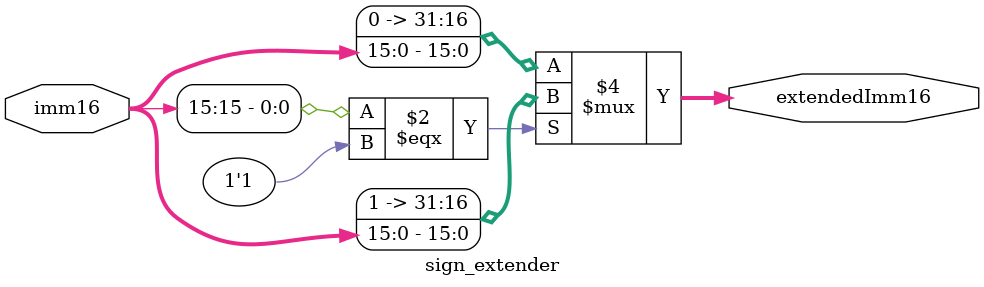
<source format=v>
/* Mutlu POLATCAN - 121044062 */
`define WRONG_INST 4'bxxxx
`define UNKNOWN_INST 32'bxxxxxxxxxxxxxxxxxxxxxxxxxxxxxxxx
// <----------------------- I-TYPE INSTRUCTIONS --------------------------->
`define ADDIU_OPCODE 6'b001001 
`define SUBIU_OPCODE 6'b011100
`define ADDI_OPCODE 6'b001000
`define SUBI_OPCODE 6'b010111
`define ORI_OPCODE 6'b001101
`define NORI_OPCODE 6'b100001
`define SLTI_OPCODE 6'b001010
`define ANDI_OPCODE 6'b001100
`define NANDI_OPCODE 6'b011101
`define LUI_OPCODE 6'b001111
`define XORI_OPCODE 6'b001110
`define XNORI_OPCODE 6'b110011
`define SLTIU_OPCODE 6'b001011
// <----------------------- MEMORY INSTRUCTIONS -------------------------->
`define LW_OPCODE 6'b100011
`define LB_OPCODE 6'b100000
`define SW_OPCODE 6'b101011
`define SB_OPCODE 6'b101000
// <----------------------- JUMP INSTRUCTIONS ---------------------------->
`define J_OPCODE 6'b000010
`define JAL_OPCODE 6'b000011
`define JR_FUNC_FIELD 6'b001000
// <---------------------- BRANCH INSTRUCTIONS --------------------------->
`define BEQ_OPCODE 6'b000100
`define BNE_OPCODE 6'b000101
// <---------------------- R-TYPE INSTRUCTIONS --------------------------->
`define RTYPE_OPCODE 6'b000000
`define ADD_FUNC_FIELD 6'b100000
`define ADDU_FUNC_FIELD 6'b100001
`define SUB_FUNC_FIELD 6'b100010
`define SUBU_FUNC_FIELD 6'b101111
`define AND_FUNC_FIELD 6'b100100
`define NAND_FUNC_FIELD 6'b101110
`define SLTU_FUNC_FIELD 6'b101011
`define SLT_FUNC_FIELD 6'b101010
`define OR_FUNC_FIELD 6'b100101
`define XOR_FUNC_FIELD 6'b100110
`define NOR_FUNC_FIELD 6'b100111
`define XNOR_FUNC_FIELD 6'b110000
`define SRL_FUNC_FIELD 6'b000010
`define SLL_FUNC_FIELD 6'b000000
`define SRA_FUNC_FIELD 6'b000011
// <----------------------------------------------------------------------->

module mpolatcan_mips_multicycle_testbench();
	reg	regDst, byteIns, linkIns, iTypeIns,
		notEqIns, aluSrcA, regWrite, pcWrite, 
		pcWriteCond, iOrD, memRead, 
		memWrite, memToReg, irWrite;
	reg [1:0] aluSrcB, pcSource;
	reg [31:0] instruction_reg, mem_data_reg, rs_content, 
			   rt_content, mutable_rt_content, mutable_rs_content;
	reg [7:0] instruction_memory[1023:0];
	reg [7:0] data_memory[2047:0];
	reg [7:0] registers[127:0];
	reg [31:0] PC, jumpAddress, linkedPC;
	wire [31:0] extendedImm16, result;
	wire [4:0] operation;
 	
	initial begin
		$readmemh("instruction_memory.h", instruction_memory);
		$readmemh("data_memory.h", data_memory);
		$readmemh("registers.h", registers);
		PC = 0; 
	end

	always @(PC) begin
		memRead = 1;
		aluSrcA = 0;
		iOrD = 0;
		irWrite = 1;
		aluSrcB = 2'b01;
		pcWrite = 1;
		pcSource = 2'b00;
		regDst = 1'b0;
		pcWriteCond = 1'b0;
		regWrite = 1'b0;
		memWrite = 1'b0;
		memToReg = 1'b0;
		iTypeIns = 1'b0;
		byteIns = 1'b0;
		linkIns = 1'b0;
		notEqIns = 1'b0;
		$display("\n------------------------------------------------------------------------------\n");
		$display("\n<--------------IF STATE -------------->");
		$display("PC: %d", PC[9:0]);
		$display("Signals generated... --> MemRead: %b, AluSrcA: %b, IOrD: %b, IRWrite: %b, AluSrcB: %b, PCWrite: %b, PCSource: %b", 
			memRead, aluSrcA, iOrD, irWrite, aluSrcB, pcWrite, pcSource);
	end

	always @(iOrD or PC) begin
		if (!iOrD && irWrite)
			instruction_reg = {instruction_memory[PC[9:0]+3], instruction_memory[PC[9:0]+2], instruction_memory[PC[9:0]+1], instruction_memory[PC[9:0]]};

		if (instruction_reg !== `UNKNOWN_INST && !iOrD) begin
			$display("Instruction fetched... --> Instruction: %32b - %h", instruction_reg, instruction_reg);
			$display("<------------------------------------->\n");
		end
	end

	always @(instruction_reg or PC or pcSource) begin
		aluSrcA = 0;
		aluSrcB = 2'b11;
		
		if (instruction_reg !== `UNKNOWN_INST) begin
			$display("\n<--------------ID STATE -------------->");
			$display("Signals generated... --> AluSrcA: %b, AluSrcB: %b", aluSrcA, aluSrcB);
		end
			
		if (instruction_reg[31:26] === `LW_OPCODE || instruction_reg[31:26] === `SW_OPCODE ||
			instruction_reg[31:26] === `LB_OPCODE || instruction_reg[31:26] === `SB_OPCODE) begin 
			aluSrcA = 1;
			aluSrcB = 2'b10;

			if (instruction_reg[31:26] === `LW_OPCODE || instruction_reg[31:26] === `LB_OPCODE) begin
				memRead = 1;
				iOrD = 1;	
				regDst = 0;
				regWrite = 1;
				memToReg = 1;
				if (instruction_reg[31:26] === `LB_OPCODE) begin
					byteIns = 1;
					$display("Instruction decoded... --> Instruction Type: LB");
				end else
					$display("Instruction decoded... --> Instruction Type: LW");
			end else if (instruction_reg[31:26] === `SW_OPCODE || instruction_reg[31:26] === `SB_OPCODE) begin
				memWrite = 1;
				iOrD = 1;
				if (instruction_reg[31:26] === `SB_OPCODE) begin
					byteIns = 1;
					$display("Instruction decoded... --> Instruction Type: SB");
				end else
					$display("Instruction decoded... --> Instruction Type: SW");
			end
		end else if (instruction_reg[31:26] === `RTYPE_OPCODE) begin
			aluSrcA = 1;
			aluSrcB = 2'b00;
			if (instruction_reg[5:0] === `JR_FUNC_FIELD) begin
				pcWrite = 1;
				pcSource = 2'b01;
			end else begin
				regDst = 1;
				regWrite = 1;
				memToReg = 0;
			end
			$display("Instruction decoded... --> Instruction Type: RTYPE");
		end else if (instruction_reg[31:26] === `ADDI_OPCODE || instruction_reg[31:26] === `ADDIU_OPCODE || 
					instruction_reg[31:26] === `ORI_OPCODE || instruction_reg[31:26] === `SLTI_OPCODE || 
					instruction_reg[31:26] === `ANDI_OPCODE || instruction_reg[31:26] === `LUI_OPCODE ||
					instruction_reg[31:26] === `XORI_OPCODE || instruction_reg[31:26] === `SLTIU_OPCODE ||
					instruction_reg[31:26] === `NORI_OPCODE || instruction_reg[31:26] === `XNORI_OPCODE ||
					instruction_reg[31:26] === `SUBIU_OPCODE || instruction_reg[31:26] === `NANDI_OPCODE ||
					instruction_reg[31:26] === `SUBI_OPCODE) begin
			regDst = 0;
			regWrite = 1;
			aluSrcA = 1;
			aluSrcB = 2'b10;
			iTypeIns = 1;	
			$display("Instruction decoded... --> Instruction Type: ITYPE");			 	
		end else if (instruction_reg[31:26] === `BEQ_OPCODE || instruction_reg[31:26] === `BNE_OPCODE) begin
			aluSrcA = 1;
			aluSrcB = 2'b00;
			pcWriteCond = 1;
			pcSource = 2'b01;
			if (instruction_reg[31:26] === `BNE_OPCODE)
				notEqIns = 1;
			$display("Instruction decoded... --> Instruction Type: BRANCH");			 	
		end else if (instruction_reg[31:26] === `J_OPCODE || instruction_reg[31:26] === `JAL_OPCODE) begin
			pcWrite = 1;
			pcSource = 2'b10;
			if (instruction_reg[31:26] === `JAL_OPCODE)
				linkIns = 1;
			$display("Instruction decoded... --> Instruction Type: J");			 	
		end
		
		if (pcWriteCond || pcSource !== 2'b10) begin
			case (instruction_reg[25:21])
				5'b00000: rs_content = { registers[3], registers[2], registers[1], registers[0] };
				5'b00010: rs_content = { registers[11], registers[10], registers[9], registers[8] };
				5'b00011: rs_content = { registers[15], registers[14], registers[13], registers[12] };
				5'b00100: rs_content = { registers[19], registers[18], registers[17], registers[16] };
				5'b00101: rs_content = { registers[23], registers[22], registers[21], registers[20] };	
				5'b00110: rs_content = { registers[27], registers[26], registers[25], registers[24] };
				5'b00111: rs_content = { registers[31], registers[30], registers[29], registers[28] };
				5'b01000: rs_content = { registers[35], registers[34], registers[33], registers[32] };
				5'b01001: rs_content = { registers[39], registers[38], registers[37], registers[36] };
				5'b01010: rs_content = { registers[43], registers[42], registers[41], registers[40] };
				5'b01011: rs_content = { registers[47], registers[46], registers[45], registers[44] };
				5'b01100: rs_content = { registers[51], registers[50], registers[49], registers[48] };
				5'b01101: rs_content = { registers[55], registers[54], registers[53], registers[52] };
				5'b01110: rs_content = { registers[59], registers[58], registers[57], registers[56] };
				5'b01111: rs_content = { registers[63], registers[62], registers[61], registers[60] };
				5'b10000: rs_content = { registers[67], registers[66], registers[65], registers[64] };
				5'b10001: rs_content = { registers[71], registers[70], registers[69], registers[68] };
				5'b10010: rs_content = { registers[75], registers[74], registers[73], registers[72] };
				5'b10011: rs_content = { registers[79], registers[78], registers[77], registers[76] };
				5'b10100: rs_content = { registers[83], registers[82], registers[81], registers[80] };
				5'b10101: rs_content = { registers[87], registers[86], registers[85], registers[84] };
				5'b10110: rs_content = { registers[91], registers[90], registers[89], registers[88] };
				5'b10111: rs_content = { registers[95], registers[94], registers[93], registers[92] };
				5'b11000: rs_content = { registers[99], registers[98], registers[97], registers[96] };
				5'b11001: rs_content = { registers[103], registers[102], registers[101], registers[100] };
				5'b11100: rs_content = { registers[115], registers[114], registers[113], registers[112] };
				5'b11101: rs_content = { registers[119], registers[118], registers[117], registers[116] };
				5'b11110: rs_content = { registers[123], registers[122], registers[121], registers[120] };
				5'b11111: rs_content = { registers[127], registers[126], registers[125], registers[124] };
			endcase

			// take rt_content
			case (instruction_reg[20:16])
				5'b00000: rt_content = { registers[3], registers[2], registers[1], registers[0] };
				5'b00010: rt_content = { registers[11], registers[10], registers[9], registers[8] };
				5'b00011: rt_content = { registers[15], registers[14], registers[13], registers[12] };
				5'b00100: rt_content = { registers[19], registers[18], registers[17], registers[16] };
				5'b00101: rt_content = { registers[23], registers[22], registers[21], registers[20] };	
				5'b00110: rt_content = { registers[27], registers[26], registers[25], registers[24] };
				5'b00111: rt_content = { registers[31], registers[30], registers[29], registers[28] };
				5'b01000: rt_content = { registers[35], registers[34], registers[33], registers[32] };
				5'b01001: rt_content = { registers[39], registers[38], registers[37], registers[36] };
				5'b01010: rt_content = { registers[43], registers[42], registers[41], registers[40] };
				5'b01011: rt_content = { registers[47], registers[46], registers[45], registers[44] };
				5'b01100: rt_content = { registers[51], registers[50], registers[49], registers[48] };
				5'b01101: rt_content = { registers[55], registers[54], registers[53], registers[52] };
				5'b01110: rt_content = { registers[59], registers[58], registers[57], registers[56] };
				5'b01111: rt_content = { registers[63], registers[62], registers[61], registers[60] };
				5'b10000: rt_content = { registers[67], registers[66], registers[65], registers[64] };
				5'b10001: rt_content = { registers[71], registers[70], registers[69], registers[68] };
				5'b10010: rt_content = { registers[75], registers[74], registers[73], registers[72] };
				5'b10011: rt_content = { registers[79], registers[78], registers[77], registers[76] };
				5'b10100: rt_content = { registers[83], registers[82], registers[81], registers[80] };
				5'b10101: rt_content = { registers[87], registers[86], registers[85], registers[84] };
				5'b10110: rt_content = { registers[91], registers[90], registers[89], registers[88] };
				5'b10111: rt_content = { registers[95], registers[94], registers[93], registers[92] };
				5'b11000: rt_content = { registers[99], registers[98], registers[97], registers[96] };
				5'b11001: rt_content = { registers[103], registers[102], registers[101], registers[100] };
				5'b11100: rt_content = { registers[115], registers[114], registers[113], registers[112] };
				5'b11101: rt_content = { registers[119], registers[118], registers[117], registers[116] };
				5'b11110: rt_content = { registers[123], registers[122], registers[121], registers[120] };
				5'b11111: rt_content = { registers[127], registers[126], registers[125], registers[124] };
			endcase
		end

		if (pcSource !== 2'b10 && instruction_reg !== `UNKNOWN_INST) begin 
			if (instruction_reg[25:21] === 5'b00001 || instruction_reg[25:21] === 5'b11010 || instruction_reg[25:21] === 5'b11011) begin
				$display("You can't read register-%d's content (used by assembler or operating system)!", instruction_reg[25:21]);
				$display("So instruction_reg can't executed!");
			end else
				$display("Fetching rs register's content... -> Rs Content: %b", rs_content);

			if (instruction_reg[20:16] === 5'b00001 || instruction_reg[20:16] === 5'b11010 || instruction_reg[20:16] === 5'b11011) begin
				$display("You can't read register-%d's content (used by assembler or operating system)", instruction_reg[20:16]);
				$display("So instruction can't executed!");
			end else 
				$display("Fetching rt register's content... -> Rt Content: %b", rt_content);
		end
	end

	alu_control getOperation(instruction_reg[5:0], instruction_reg[31:26], iTypeIns, operation);
	sign_extender extender(instruction_reg[15:0], extendedImm16); // for I-type instructions save extended immed

	always @(aluSrcA or aluSrcB or PC or extendedImm16 or pcSource) begin
		if (pcSource !== 2'b10) begin
			if (aluSrcA)
				mutable_rs_content = rs_content;
			else
				mutable_rs_content = PC;

			if (aluSrcB === 2'b00) 
				mutable_rt_content = rt_content;
			else if (aluSrcB === 2'b10)
				mutable_rt_content = extendedImm16;
			else if (aluSrcB === 2'b11)
				mutable_rt_content = extendedImm16 << 2;

			if (operation !== `WRONG_INST) begin
				#5;
				$display("<------------------------------------->\n");
				$display("\n<----------- ALU's DATAS ---------->");
				if (aluSrcA)
					$display("ALU DATA A: %b (Content of rs register)", mutable_rs_content);
				else
					$display("ALU DATA A: %b (PC Value)", mutable_rs_content);

				if (aluSrcB === 2'b00) 
					$display("ALU DATA B: %b (Content of rt register)", mutable_rt_content);
				else if (aluSrcB === 2'b10)
					$display("ALU DATA B: %b (immediate field which is extended to 32 bit)", mutable_rt_content);
				$display("<--------------------------------->\n");
			end
		end
	end

	alu execInst(mutable_rs_content, mutable_rt_content, operation, instruction_reg[10:6], result);

	always @(regWrite or regDst or result or operation or memWrite or 
			 memRead or memToReg or iOrD or pcWrite or pcSource or pcWriteCond) begin
		#20;
		if (regWrite && (result !== 32'bxxxxxxxxxxxxxxxxxxxxxxxxxxxxxxxx) && operation !== `WRONG_INST) begin
			$display("\n<----------- MEM/WB STATE ----------->");
			if (regDst) begin
				if (instruction_reg[15:11] === 5'b00000 || instruction_reg[15:11] === 5'b00001 ||
					instruction_reg[15:11] === 5'b11010 || instruction_reg[15:11] === 5'b11011)
					$display("You can't write to register-%d (used by assembler or operating system or $zero register) !!!! ", instruction_reg[15:11]);
				else begin
					$display("Writing to rd register... ---> Address of rd register (in decimal): %d", instruction_reg[15:11]);
					$display("Writing to register.h file... ---> Line numbers of rd register in register.h: between %d and %d lines", instruction_reg[15:11]*4+4,
						instruction_reg[15:11]*4+7);
					registers[(instruction_reg[15:11]*4)] = result[7:0];
					registers[(instruction_reg[15:11]*4)+1] = result[15:8];
					registers[(instruction_reg[15:11]*4)+2] = result[23:16];
					registers[(instruction_reg[15:11]*4)+3] = result[31:24];
				end
			end else if (iOrD && memRead && memToReg) begin
				if (instruction_reg[20:16] === 5'b00000 || instruction_reg[20:16] === 5'b00001 ||
					instruction_reg[20:16] === 5'b11010 || instruction_reg[20:16] === 5'b11011)
					$display("You can't write to register-%d (used by assembler or operating system or $zero register) !!!!", instruction_reg[20:16]);
				else begin
					if (byteIns) begin
						$display("Loading byte which is at %b address in memory to register, %d line in file", result[10:0], result[10:0]+4);
						mem_data_reg = data_memory[result[10:0]];
						registers[(instruction_reg[20:16]*4)] = mem_data_reg;
						$display("Byte loaded from data memory to rt register... -> Byte %b, %d line in file", 
							registers[instruction_reg[20:16]*4], instruction_reg[20:16]*4+4);
					end else begin
						$display("Loading word which is at %b address in memory to register, between %d and %d lines in file", result[10:0], result[10:0]+4, result[10:0]+7);
						mem_data_reg = { data_memory[result[10:0] + 3], data_memory[result[10:0] + 2], data_memory[result[10:0] + 1], data_memory[result[10:0]] };
						registers[(instruction_reg[20:16]*4)+3] = mem_data_reg[31:24];
						registers[(instruction_reg[20:16]*4)+2] = mem_data_reg[23:16];
						registers[(instruction_reg[20:16]*4)+1] = mem_data_reg[15:8];
						registers[(instruction_reg[20:16]*4)] = mem_data_reg[7:0];
						$display("Word loaded from data memory to rt register... -> Word: %b, between %d and %d lines in file", 
							{ registers[(instruction_reg[20:16]*4)+3], registers[(instruction_reg[20:16]*4)+2], 
							  registers[(instruction_reg[20:16]*4)+1], registers[(instruction_reg[20:16]*4)]},
							  instruction_reg[20:16]*4+4, instruction_reg[20:16]*4+7);
					end
				end
			end else begin
				if (instruction_reg[20:16] === 5'b00000 || instruction_reg[20:16] === 5'b00001 ||
					instruction_reg[20:16] === 5'b11010 || instruction_reg[20:16] === 5'b11011)
					$display("You can't write to register-%d (used by assembler or operating system or $zero register) !!!!", instruction_reg[20:16]);
				else begin
					$display("Writing to rt register... ---> Address of rt register (in decimal): %d", instruction_reg[20:16]);
					$display("Writing to register.h file... ---> Lines number of rt register in register.h: between %d and %d lines in file", 
						instruction_reg[20:16]*4+4, instruction_reg[20:16]*4+7);
					registers[(instruction_reg[20:16]*4)] = result[7:0];
					registers[(instruction_reg[20:16]*4)+1] = result[15:8];
					registers[(instruction_reg[20:16]*4)+2] = result[23:16];
					registers[(instruction_reg[20:16]*4)+3] = result[31:24];
				end
			end
			$display("<------------------------------------>\n");
		end else if (iOrD && memWrite) begin
			$display("\n<----------- MEM/WB STATE ----------->");
			if (instruction_reg[20:16] === 5'b00001 || instruction_reg[20:16] === 5'b11010 || instruction_reg[20:16] === 5'b11011) begin
				$display("You can't read register-%d's content (used by assembler or operating system)", instruction_reg[20:16]);
				$display("So instruction can't executed!");
			end else begin
				if (byteIns) begin
					$display("Storing byte which is at %b address in register to memory, %d line in file", instruction_reg[20:16], instruction_reg[20:16]*4+4);
					data_memory[result[10:0]] = registers[(instruction_reg[20:16]*4)];
					$display("Byte stored from register to memory... -> Byte: %b, %d line in file", data_memory[result[10:0]], result[10:0]*4+4);
				end else begin
					$display("Storing word which is at %b address in register to memory, between %d and %d lines in file", instruction_reg[20:16], instruction_reg[20:16]*4+4, 
						instruction_reg[20:16]*4+7);
					data_memory[result[10:0]] = registers[(instruction_reg[20:16]*4)];	
					data_memory[result[10:0]+1] = registers[(instruction_reg[20:16]*4)+1];
					data_memory[result[10:0]+2] = registers[(instruction_reg[20:16]*4)+2];
					data_memory[result[10:0]+3] = registers[(instruction_reg[20:16]*4)+3];
					$display("Word stored from register to memory... -> Word: %b, between %d and %d lines in file",  
						{ data_memory[result[10:0]+3], data_memory[result[10:0]+2], data_memory[result[10:0]+1], data_memory[result[10:0]] }, 
						  result[10:0]+4, result[10:0]+7);
				end
			end
			$display("<------------------------------------>\n");
		end else if (pcWrite && pcSource === 2'b10) begin
			if (linkIns) begin
				linkedPC = PC + 4;
				$display("<-------------------------------->\n");
				$display("Linking PC: %d to 31. register in, between 124 and 127 lines in file", linkedPC[9:0]);
				registers[124] = linkedPC[7:0];
				registers[125] = linkedPC[15:8];
				registers[126] = linkedPC[23:16];
				registers[127] = linkedPC[31:24];
			end

			jumpAddress = { PC[31:28], (instruction_reg[25:0] << 2) };
			
			$display("Jumping from PC: %d to target adress: %d....", PC[9:0], jumpAddress[9:0]);

			if ((jumpAddress[9:0]) >= 1020)
				$stop(0);
			
			#50 PC = jumpAddress;

			$display("Jump completed... -> Current PC: %d", PC[9:0]);
			$display("\n------------------------------------------------------------------------------\n");
		end else if (pcWrite && pcWriteCond && pcSource === 2'b01) begin
			if (notEqIns) begin
				if (result !== 32'b00000000000000000000000000000000) begin
					$display("Rs register's content and Rt register's content are not equal!");
					#50 PC = PC + (extendedImm16 << 2);
					$display("We will jump to PC: %d...", PC[9:0]);
				end else begin 
					$display("Rs register's content and Rt register's content are equal!");
					#50 PC = PC + 4;
					$display("We will continue from next PC: %d", PC[9:0]);
				end
			end else begin
				if (result === 32'b00000000000000000000000000000000) begin
					$display("Rs register's content and Rt register's content are equal!");
					#50 PC = PC + (extendedImm16 << 2);
					$display("We will jump to PC: %d...", PC[9:0]);
				end else begin 
					$display("Rs register's content and Rt register's content are not equal!");
					#50 PC = PC + 4;
					$display("We will continue from next PC: %d", PC[9:0]);
				end
			end
		end else if (pcWrite && pcSource === 2'b01) begin

			$display("Jumping from PC: %d to target adress which is in register: %d...., between %d and %d lines in file", 
				PC[9:0], result[9:0], instruction_reg[25:21]*4+4, instruction_reg[25:21]*4+7);

			if ((result[9:0]) >= 1020)
				$stop(0);

			#50 PC = result;

			$display("Jump completed... -> Current PC: %d", PC[9:0]);
			$display("\n------------------------------------------------------------------------------\n");
		end else begin
			$display("\nInstruction can't be executed! Because it is wrong instruction!!!");
			$display("<------------------------------------>\n");
		end
		
		if ((PC[9:0]) >= 1020)
			$stop(0);

		if (!pcWriteCond && pcSource !== 2'b01 && pcSource !== 2'b10)
			#50 PC = PC + 4;

		if (pcSource !== 2'b10 && pcSource !== 2'b01)
			$display("\n------------------------------------------------------------------------------\n");

		$writememh("registers.h", registers);
		$writememh("data_memory.h", data_memory);		
	end
endmodule

module alu_control(functionField, opcode, iTypeIns, operation);
	input iTypeIns;
	input [5:0] opcode, functionField;
	output reg [4:0] operation;

	always @(functionField or opcode or iTypeIns) begin
		if (iTypeIns !== 1'bx) begin
			if (iTypeIns) begin 
				if (opcode === `ADDI_OPCODE) begin
					$display("Instruction name: ADDI");
					operation = 5'b01000;
				end else if (opcode === `SUBI_OPCODE) begin
					$display("Instruction name: SUBI");
					operation = 5'b11000;
				end else if (opcode === `ADDIU_OPCODE) begin 
					$display("Instruction name: ADDIU");
					operation = 5'b01110;
				end else if (opcode === `SUBIU_OPCODE) begin
					$display("Instruction name: SUBIU");
					operation = 5'b11100;
				end else if (opcode === `ORI_OPCODE) begin  
					$display("Instruction name: ORI");
					operation = 5'b00010;
				end else if (opcode === `NORI_OPCODE) begin
					$display("Instruction name: NORI");
					operation = 5'b00110;
				end else if (opcode === `SLTI_OPCODE) begin
					$display("Instruction name: SLTI");
					operation = 5'b11110;
				end else if (opcode === `SLTIU_OPCODE) begin
					$display("Instruction name: SLTIU");
					operation = 5'b10110;
				end else if (opcode === `ANDI_OPCODE) begin
					$display("Instruction name: ANDI");
					operation = 5'b00000;
				end else if (opcode === `LUI_OPCODE) begin
					$display("Instruction name: LUI");
					operation = 5'b10100;
				end else if (opcode === `XORI_OPCODE) begin
					$display("Instruction name: XORI");
					operation = 5'b00100;
				end else if (opcode === `XNORI_OPCODE) begin
					$display("Instruction name: XNORI");
					operation = 5'b01010;
				end else if (opcode === `NANDI_OPCODE) begin
					$display("Instruction name: NANDI");
					operation = 5'b11101;
				end else 
					operation = `WRONG_INST;
			end else if (opcode === `LW_OPCODE || opcode === `LB_OPCODE ||
						 opcode === `SW_OPCODE || opcode === `SB_OPCODE) begin
				if (opcode === `LW_OPCODE) 
					$display("Instruction name: LW");
				else if (opcode === `LB_OPCODE)
					$display("Instruction name: LB");
				else if (opcode === `SW_OPCODE)
					$display("Instruction name: SW");
				else if (opcode === `SB_OPCODE)
					$display("Instruction name: SB");
				operation = 5'b01110;
			end else if (opcode === `J_OPCODE) begin
				$display("Instruction name: J");
			end else if (opcode === `JAL_OPCODE) begin
				$display("Instruction name: JAL");
			end else if (opcode === `BEQ_OPCODE || opcode === `BNE_OPCODE) begin
				if (opcode === `BEQ_OPCODE)
					$display("Instruction name: BEQ");
				else if (opcode === `BNE_OPCODE)
					$display("Instruction name: BNE");
				operation = 5'b11000;
			end else begin
				if (functionField === `ADD_FUNC_FIELD) begin
					$display("Instruction name: ADD");
					operation = 5'b01000;
				end else if (functionField === `SUB_FUNC_FIELD) begin
					$display("Instruction name: SUB");
					operation = 5'b11000;
				end else if (functionField === `AND_FUNC_FIELD)	 begin
					$display("Instruction name: AND");
					operation = 5'b00000;
				end else if (functionField === `OR_FUNC_FIELD) begin 
					$display("Instruction name: OR");
					operation = 5'b00010;
				end else if (functionField === `SLTU_FUNC_FIELD) begin
					$display("Instruction name: SLTU");
					operation = 5'b10110;
				end else if (functionField === `SLL_FUNC_FIELD) begin
					$display("Instruction name: SLL");
					operation = 5'b01100;
				end else if (functionField === `SLT_FUNC_FIELD) begin 
					$display("Instruction name: SLT");
					operation = 5'b11110;
				end else if (functionField === `SRL_FUNC_FIELD) begin
					$display("Instruction name: SRL");
					operation = 5'b10000;
				end else if (functionField === `SRA_FUNC_FIELD) begin
					$display("Instruction name: SRA");
					operation = 5'b10010;
				end else if (functionField === `XOR_FUNC_FIELD) begin
					$display("Instruction name: XOR");
					operation = 5'b00100;
				end else if (functionField === `NOR_FUNC_FIELD) begin
					$display("Instruction name: NOR");
					operation = 5'b00110;
				end else if (functionField === `JR_FUNC_FIELD) begin
					$display("Instruction name: JR");	
					operation = 5'b11010;
				end else if (functionField === `XNOR_FUNC_FIELD) begin
					$display("Instruction name: XNOR");
					operation = 5'b01010;
				end else if (functionField === `ADDU_FUNC_FIELD) begin
					$display("Instruction name: ADDU");
					operation = 5'b01110;
				end else if (functionField === `SUBU_FUNC_FIELD) begin
					$display("Instruction name: SUBU");
					operation = 5'b11100;
				end else if (functionField === `NAND_FUNC_FIELD) begin
					$display("Instruction name: NAND");
					operation = 5'b11101;
				end else
					operation = `WRONG_INST;
			end
		end
	end
endmodule

module alu(data_A, data_B, operation, shamt, result);
	input [31:0] data_A, data_B;
	input [4:0] operation;
	input [4:0] shamt;
	output reg [31:0] result;

	always @(data_A or data_B or operation or shamt) begin
		#3;
		if (data_A !== 32'bxxxxxxxxxxxxxxxxxxxxxxxxxxxxxxxx && 
			data_B !== 32'bxxxxxxxxxxxxxxxxxxxxxxxxxxxxxxxx) begin
			if (operation === 5'b01000) // ADD & ADDI 
				result = $signed(data_A) + $signed(data_B);
			else if (operation === 5'b01110) // ADDU & ADDIU
				result = $unsigned(data_A) + $unsigned(data_B);
			else if (operation === 5'b11000) // SUB & SUBI
				result = $signed(data_A) - $signed(data_B);
			else if (operation === 5'b11100) // SUBU & SUBIU
				result = $unsigned(data_A) - $unsigned(data_B);
			else if (operation === 5'b00000) // AND & ANDI
				result = data_A & data_B;
			else if (operation === 5'b11101) // NAND & NANDI
				result = ~(data_A & data_B);
			else if (operation === 5'b00010) // OR & ORI
				result = data_A | data_B;
			else if (operation === 5'b00110) // NOR & NORI
				result = ~(data_A | data_B);
			else if (operation === 5'b00100) // XOR & XORI
				result = data_A ^ data_B;
			else if (operation === 5'b01010) // XNOR & XNORI
				result = ~(data_A ^ data_B);
			else if (operation === 5'b10110) begin // SLTU & SLTIU
				if ($unsigned(data_A) < $unsigned(data_B))
					result = 32'b00000000000000000000000000000001;
				else
					result = 32'b00000000000000000000000000000000;
			end else if (operation === 5'b11110) begin
				if ($signed(data_A) < $signed(data_B)) // SLT & SLTI
					result = 32'b00000000000000000000000000000001;
				else 
					result = 32'b00000000000000000000000000000000;
			end else if (operation === 5'b01100) begin // SLL 
				result = data_B << shamt;
				$display("Shift amount: %d", shamt);
			end else if (operation === 5'b10000) begin // SRL
				result = data_B >> shamt;
				$display("Shift amount: %d", shamt);
			end else if (operation === 5'b10010) begin // SRA
				result = $signed(data_B) >>> shamt;
				$display("Shift amount: %d", shamt);
			end else if (operation === 5'b10100) begin // LUI
				result = data_B << 16;
			end else if (operation === 5'b11010) begin
				result = data_A;
			end

			#2;
			if (operation !== `WRONG_INST) begin
				$display("\n<--------------- EX STATE ---------------->");
				$display("Calculating result or adresss (for lw and sw instructions)...");
				$display("Result: %b", result);
				$display("<-------------------------------------------->\n");
			end
		end
	end
endmodule

module sign_extender(imm16, extendedImm16);
	input [15:0] imm16;
 	output reg [31:0] extendedImm16;

	always @(imm16) begin
		if (imm16[15:15] === 1)
			extendedImm16 = {16'b1111111111111111,imm16};
		else
			extendedImm16 = {16'b0000000000000000,imm16};
	end
endmodule						
</source>
